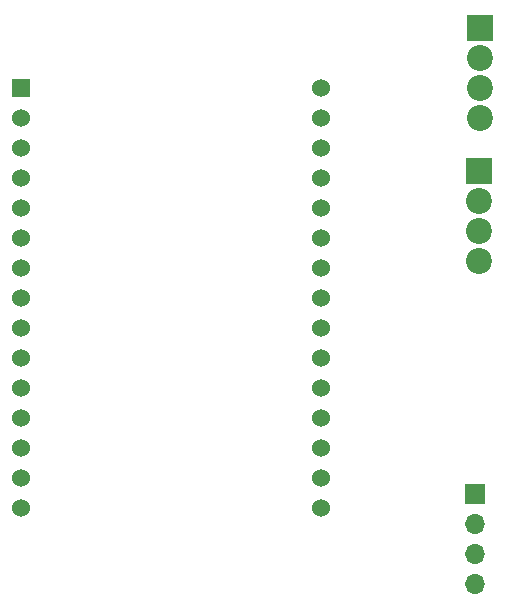
<source format=gbs>
%TF.GenerationSoftware,KiCad,Pcbnew,7.0.11-7.0.11~ubuntu22.04.1*%
%TF.CreationDate,2024-03-24T21:47:42+11:00*%
%TF.ProjectId,esp32_pwm_fan,65737033-325f-4707-976d-5f66616e2e6b,rev?*%
%TF.SameCoordinates,Original*%
%TF.FileFunction,Soldermask,Bot*%
%TF.FilePolarity,Negative*%
%FSLAX46Y46*%
G04 Gerber Fmt 4.6, Leading zero omitted, Abs format (unit mm)*
G04 Created by KiCad (PCBNEW 7.0.11-7.0.11~ubuntu22.04.1) date 2024-03-24 21:47:42*
%MOMM*%
%LPD*%
G01*
G04 APERTURE LIST*
%ADD10R,2.200000X2.200000*%
%ADD11C,2.200000*%
%ADD12R,1.524000X1.524000*%
%ADD13C,1.524000*%
%ADD14R,1.700000X1.700000*%
%ADD15O,1.700000X1.700000*%
G04 APERTURE END LIST*
D10*
%TO.C,J1*%
X116170000Y-49930000D03*
D11*
X116170000Y-52470000D03*
X116170000Y-55010000D03*
X116170000Y-57550000D03*
%TD*%
D12*
%TO.C,U2*%
X77325000Y-55025000D03*
D13*
X77325000Y-57565000D03*
X77325000Y-60105000D03*
X77325000Y-62645000D03*
X77325000Y-65185000D03*
X77325000Y-67725000D03*
X77325000Y-70265000D03*
X77325000Y-72805000D03*
X77325000Y-75345000D03*
X77325000Y-77885000D03*
X77325000Y-80425000D03*
X77325000Y-82965000D03*
X77325000Y-85505000D03*
X77325000Y-88045000D03*
X77325000Y-90585000D03*
X102725000Y-90585000D03*
X102725000Y-88045000D03*
X102725000Y-85505000D03*
X102725000Y-82965000D03*
X102725000Y-80425000D03*
X102725000Y-77885000D03*
X102725000Y-75345000D03*
X102725000Y-72805000D03*
X102725000Y-70265000D03*
X102725000Y-67725000D03*
X102725000Y-65185000D03*
X102725000Y-62645000D03*
X102725000Y-60105000D03*
X102725000Y-57565000D03*
X102725000Y-55025000D03*
%TD*%
D14*
%TO.C,J3*%
X115775000Y-89450000D03*
D15*
X115775000Y-91990000D03*
X115775000Y-94530000D03*
X115775000Y-97070000D03*
%TD*%
D10*
%TO.C,J2*%
X116140000Y-62050000D03*
D11*
X116140000Y-64590000D03*
X116140000Y-67130000D03*
X116140000Y-69670000D03*
%TD*%
M02*

</source>
